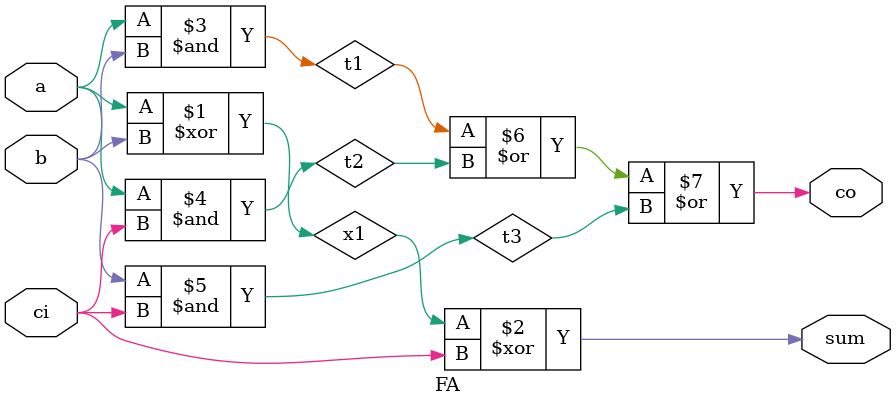
<source format=v>
`timescale 1ns/10ps
module FA(a, b, ci, sum, co);

  input   a, b, ci;
  output  sum, co;
  
    wire x1;
    wire t1, t2, t3;

    assign x1  = a ^ b;
    assign sum = x1 ^ ci;

    assign t1 = a & b;
    assign t2 = a & ci;
    assign t3 = b & ci;

    assign co = t1 | t2 | t3;
endmodule

</source>
